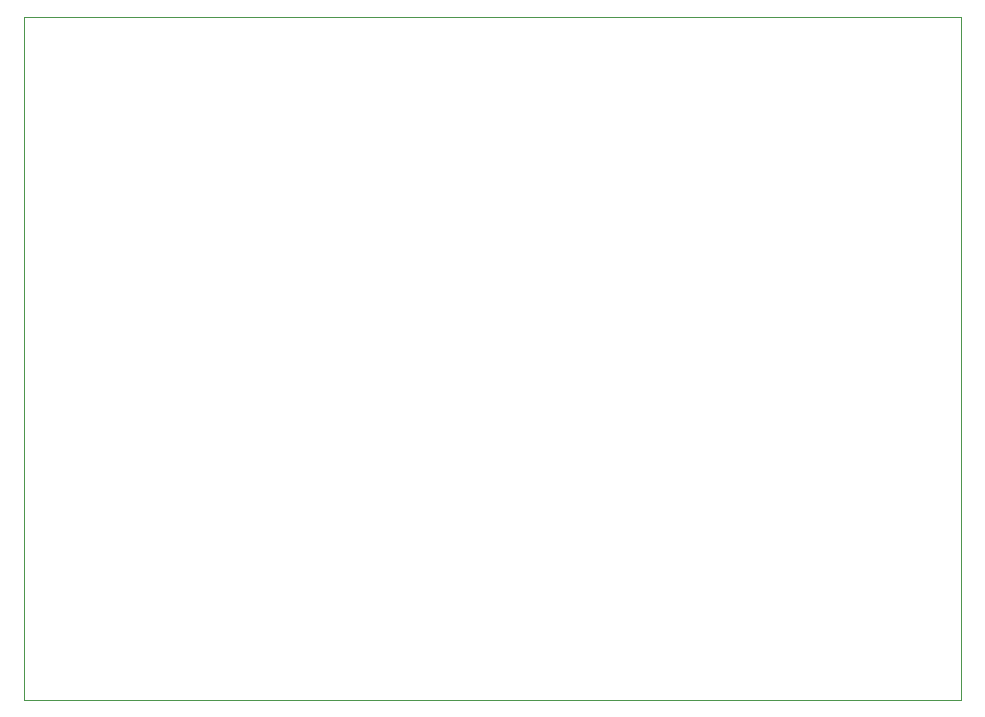
<source format=gbr>
%TF.GenerationSoftware,KiCad,Pcbnew,(5.1.6)-1*%
%TF.CreationDate,2021-02-01T21:39:40+01:00*%
%TF.ProjectId,carteDmx512,63617274-6544-46d7-9835-31322e6b6963,rev?*%
%TF.SameCoordinates,Original*%
%TF.FileFunction,Profile,NP*%
%FSLAX46Y46*%
G04 Gerber Fmt 4.6, Leading zero omitted, Abs format (unit mm)*
G04 Created by KiCad (PCBNEW (5.1.6)-1) date 2021-02-01 21:39:40*
%MOMM*%
%LPD*%
G01*
G04 APERTURE LIST*
%TA.AperFunction,Profile*%
%ADD10C,0.050000*%
%TD*%
G04 APERTURE END LIST*
D10*
X64135000Y-176530000D02*
X64135000Y-118745000D01*
X143510000Y-176530000D02*
X64135000Y-176530000D01*
X143510000Y-118745000D02*
X143510000Y-176530000D01*
X64135000Y-118745000D02*
X143510000Y-118745000D01*
M02*

</source>
